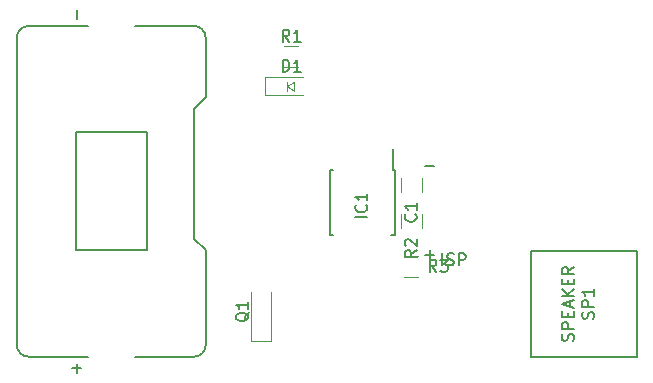
<source format=gto>
G04 #@! TF.FileFunction,Legend,Top*
%FSLAX46Y46*%
G04 Gerber Fmt 4.6, Leading zero omitted, Abs format (unit mm)*
G04 Created by KiCad (PCBNEW 4.0.6) date 03/27/19 07:52:48*
%MOMM*%
%LPD*%
G01*
G04 APERTURE LIST*
%ADD10C,0.100000*%
%ADD11C,0.120000*%
%ADD12C,0.200000*%
%ADD13C,0.150000*%
G04 APERTURE END LIST*
D10*
D11*
X170189000Y-78070000D02*
X170189000Y-76870000D01*
X171949000Y-76870000D02*
X171949000Y-78070000D01*
X170189000Y-81118000D02*
X170189000Y-79918000D01*
X171949000Y-79918000D02*
X171949000Y-81118000D01*
X171669000Y-85208000D02*
X170469000Y-85208000D01*
X170469000Y-83448000D02*
X171669000Y-83448000D01*
D12*
X148669000Y-73978000D02*
X148669000Y-72978000D01*
X148669000Y-72978000D02*
X142669000Y-72978000D01*
X142669000Y-72978000D02*
X142669000Y-73978000D01*
X142669000Y-77978000D02*
X142669000Y-82978000D01*
X142669000Y-82978000D02*
X148669000Y-82978000D01*
X148669000Y-82978000D02*
X148669000Y-73978000D01*
X142669000Y-73978000D02*
X142669000Y-77978000D01*
X153669000Y-82978000D02*
X153669000Y-90978000D01*
X153669000Y-69978000D02*
X153669000Y-64978000D01*
X153669000Y-82978000D02*
X152669000Y-81978000D01*
X152669000Y-81978000D02*
X152669000Y-70978000D01*
X152669000Y-70978000D02*
X153669000Y-69978000D01*
X147669000Y-91978000D02*
X152669000Y-91978000D01*
X147669000Y-63978000D02*
X152669000Y-63978000D01*
X137669000Y-90978000D02*
X137669000Y-64978000D01*
X143669000Y-91978000D02*
X138669000Y-91978000D01*
X138669000Y-63978000D02*
G75*
G03X137669000Y-64978000I0J-1000000D01*
G01*
X153669000Y-64978000D02*
G75*
G03X152669000Y-63978000I-1000000J0D01*
G01*
X152669000Y-91978000D02*
G75*
G03X153669000Y-90978000I0J1000000D01*
G01*
X137669000Y-90978000D02*
G75*
G03X138669000Y-91978000I1000000J0D01*
G01*
X143669000Y-63978000D02*
X138669000Y-63978000D01*
D10*
X160509000Y-68688000D02*
X160509000Y-69488000D01*
X160509000Y-69088000D02*
X161109000Y-68688000D01*
X161109000Y-69488000D02*
X160509000Y-69088000D01*
X161109000Y-68688000D02*
X161109000Y-69488000D01*
D11*
X161909000Y-69838000D02*
X158709000Y-69838000D01*
X158709000Y-68338000D02*
X161909000Y-68338000D01*
X158709000Y-68338000D02*
X158709000Y-69838000D01*
D13*
X169696500Y-76180500D02*
X169491500Y-76180500D01*
X169696500Y-81680500D02*
X169396500Y-81680500D01*
X164186500Y-81680500D02*
X164486500Y-81680500D01*
X164186500Y-76180500D02*
X164486500Y-76180500D01*
X169696500Y-76180500D02*
X169696500Y-81680500D01*
X164186500Y-76180500D02*
X164186500Y-81680500D01*
X169491500Y-76180500D02*
X169491500Y-74430500D01*
D11*
X161509000Y-67428000D02*
X160309000Y-67428000D01*
X160309000Y-65668000D02*
X161509000Y-65668000D01*
D13*
X190174000Y-83003000D02*
X181174000Y-83003000D01*
X181174000Y-83003000D02*
X181174000Y-92003000D01*
X181174000Y-92003000D02*
X190174000Y-92003000D01*
X190174000Y-92003000D02*
X190174000Y-83003000D01*
D11*
X157519000Y-90638000D02*
X159219000Y-90638000D01*
X159219000Y-90588000D02*
X159219000Y-86538000D01*
X157519000Y-90588000D02*
X157519000Y-86538000D01*
D13*
X173672810Y-84240381D02*
X173672810Y-83240381D01*
X174101381Y-84192762D02*
X174244238Y-84240381D01*
X174482334Y-84240381D01*
X174577572Y-84192762D01*
X174625191Y-84145143D01*
X174672810Y-84049905D01*
X174672810Y-83954667D01*
X174625191Y-83859429D01*
X174577572Y-83811810D01*
X174482334Y-83764190D01*
X174291857Y-83716571D01*
X174196619Y-83668952D01*
X174149000Y-83621333D01*
X174101381Y-83526095D01*
X174101381Y-83430857D01*
X174149000Y-83335619D01*
X174196619Y-83288000D01*
X174291857Y-83240381D01*
X174529953Y-83240381D01*
X174672810Y-83288000D01*
X175101381Y-84240381D02*
X175101381Y-83240381D01*
X175482334Y-83240381D01*
X175577572Y-83288000D01*
X175625191Y-83335619D01*
X175672810Y-83430857D01*
X175672810Y-83573714D01*
X175625191Y-83668952D01*
X175577572Y-83716571D01*
X175482334Y-83764190D01*
X175101381Y-83764190D01*
X172268048Y-75859429D02*
X173029953Y-75859429D01*
X172268048Y-83359429D02*
X173029953Y-83359429D01*
X172649001Y-83740381D02*
X172649001Y-82978476D01*
X171426143Y-79922666D02*
X171473762Y-79970285D01*
X171521381Y-80113142D01*
X171521381Y-80208380D01*
X171473762Y-80351238D01*
X171378524Y-80446476D01*
X171283286Y-80494095D01*
X171092810Y-80541714D01*
X170949952Y-80541714D01*
X170759476Y-80494095D01*
X170664238Y-80446476D01*
X170569000Y-80351238D01*
X170521381Y-80208380D01*
X170521381Y-80113142D01*
X170569000Y-79970285D01*
X170616619Y-79922666D01*
X171521381Y-78970285D02*
X171521381Y-79541714D01*
X171521381Y-79256000D02*
X170521381Y-79256000D01*
X170664238Y-79351238D01*
X170759476Y-79446476D01*
X170807095Y-79541714D01*
X171521381Y-82970666D02*
X171045190Y-83304000D01*
X171521381Y-83542095D02*
X170521381Y-83542095D01*
X170521381Y-83161142D01*
X170569000Y-83065904D01*
X170616619Y-83018285D01*
X170711857Y-82970666D01*
X170854714Y-82970666D01*
X170949952Y-83018285D01*
X170997571Y-83065904D01*
X171045190Y-83161142D01*
X171045190Y-83542095D01*
X170616619Y-82589714D02*
X170569000Y-82542095D01*
X170521381Y-82446857D01*
X170521381Y-82208761D01*
X170569000Y-82113523D01*
X170616619Y-82065904D01*
X170711857Y-82018285D01*
X170807095Y-82018285D01*
X170949952Y-82065904D01*
X171521381Y-82637333D01*
X171521381Y-82018285D01*
X173188334Y-84780381D02*
X172855000Y-84304190D01*
X172616905Y-84780381D02*
X172616905Y-83780381D01*
X172997858Y-83780381D01*
X173093096Y-83828000D01*
X173140715Y-83875619D01*
X173188334Y-83970857D01*
X173188334Y-84113714D01*
X173140715Y-84208952D01*
X173093096Y-84256571D01*
X172997858Y-84304190D01*
X172616905Y-84304190D01*
X173521667Y-83780381D02*
X174140715Y-83780381D01*
X173807381Y-84161333D01*
X173950239Y-84161333D01*
X174045477Y-84208952D01*
X174093096Y-84256571D01*
X174140715Y-84351810D01*
X174140715Y-84589905D01*
X174093096Y-84685143D01*
X174045477Y-84732762D01*
X173950239Y-84780381D01*
X173664524Y-84780381D01*
X173569286Y-84732762D01*
X173521667Y-84685143D01*
X142740429Y-63358952D02*
X142740429Y-62597047D01*
X142740429Y-93358952D02*
X142740429Y-92597047D01*
X143121381Y-92977999D02*
X142359476Y-92977999D01*
X160170905Y-67840381D02*
X160170905Y-66840381D01*
X160409000Y-66840381D01*
X160551858Y-66888000D01*
X160647096Y-66983238D01*
X160694715Y-67078476D01*
X160742334Y-67268952D01*
X160742334Y-67411810D01*
X160694715Y-67602286D01*
X160647096Y-67697524D01*
X160551858Y-67792762D01*
X160409000Y-67840381D01*
X160170905Y-67840381D01*
X161694715Y-67840381D02*
X161123286Y-67840381D01*
X161409000Y-67840381D02*
X161409000Y-66840381D01*
X161313762Y-66983238D01*
X161218524Y-67078476D01*
X161123286Y-67126095D01*
X167333881Y-80171690D02*
X166333881Y-80171690D01*
X167238643Y-79124071D02*
X167286262Y-79171690D01*
X167333881Y-79314547D01*
X167333881Y-79409785D01*
X167286262Y-79552643D01*
X167191024Y-79647881D01*
X167095786Y-79695500D01*
X166905310Y-79743119D01*
X166762452Y-79743119D01*
X166571976Y-79695500D01*
X166476738Y-79647881D01*
X166381500Y-79552643D01*
X166333881Y-79409785D01*
X166333881Y-79314547D01*
X166381500Y-79171690D01*
X166429119Y-79124071D01*
X167333881Y-78171690D02*
X167333881Y-78743119D01*
X167333881Y-78457405D02*
X166333881Y-78457405D01*
X166476738Y-78552643D01*
X166571976Y-78647881D01*
X166619595Y-78743119D01*
X160742334Y-65300381D02*
X160409000Y-64824190D01*
X160170905Y-65300381D02*
X160170905Y-64300381D01*
X160551858Y-64300381D01*
X160647096Y-64348000D01*
X160694715Y-64395619D01*
X160742334Y-64490857D01*
X160742334Y-64633714D01*
X160694715Y-64728952D01*
X160647096Y-64776571D01*
X160551858Y-64824190D01*
X160170905Y-64824190D01*
X161694715Y-65300381D02*
X161123286Y-65300381D01*
X161409000Y-65300381D02*
X161409000Y-64300381D01*
X161313762Y-64443238D01*
X161218524Y-64538476D01*
X161123286Y-64586095D01*
X186478762Y-88764905D02*
X186526381Y-88622048D01*
X186526381Y-88383952D01*
X186478762Y-88288714D01*
X186431143Y-88241095D01*
X186335905Y-88193476D01*
X186240667Y-88193476D01*
X186145429Y-88241095D01*
X186097810Y-88288714D01*
X186050190Y-88383952D01*
X186002571Y-88574429D01*
X185954952Y-88669667D01*
X185907333Y-88717286D01*
X185812095Y-88764905D01*
X185716857Y-88764905D01*
X185621619Y-88717286D01*
X185574000Y-88669667D01*
X185526381Y-88574429D01*
X185526381Y-88336333D01*
X185574000Y-88193476D01*
X186526381Y-87764905D02*
X185526381Y-87764905D01*
X185526381Y-87383952D01*
X185574000Y-87288714D01*
X185621619Y-87241095D01*
X185716857Y-87193476D01*
X185859714Y-87193476D01*
X185954952Y-87241095D01*
X186002571Y-87288714D01*
X186050190Y-87383952D01*
X186050190Y-87764905D01*
X186526381Y-86241095D02*
X186526381Y-86812524D01*
X186526381Y-86526810D02*
X185526381Y-86526810D01*
X185669238Y-86622048D01*
X185764476Y-86717286D01*
X185812095Y-86812524D01*
X184778762Y-90622048D02*
X184826381Y-90479191D01*
X184826381Y-90241095D01*
X184778762Y-90145857D01*
X184731143Y-90098238D01*
X184635905Y-90050619D01*
X184540667Y-90050619D01*
X184445429Y-90098238D01*
X184397810Y-90145857D01*
X184350190Y-90241095D01*
X184302571Y-90431572D01*
X184254952Y-90526810D01*
X184207333Y-90574429D01*
X184112095Y-90622048D01*
X184016857Y-90622048D01*
X183921619Y-90574429D01*
X183874000Y-90526810D01*
X183826381Y-90431572D01*
X183826381Y-90193476D01*
X183874000Y-90050619D01*
X184826381Y-89622048D02*
X183826381Y-89622048D01*
X183826381Y-89241095D01*
X183874000Y-89145857D01*
X183921619Y-89098238D01*
X184016857Y-89050619D01*
X184159714Y-89050619D01*
X184254952Y-89098238D01*
X184302571Y-89145857D01*
X184350190Y-89241095D01*
X184350190Y-89622048D01*
X184302571Y-88622048D02*
X184302571Y-88288714D01*
X184826381Y-88145857D02*
X184826381Y-88622048D01*
X183826381Y-88622048D01*
X183826381Y-88145857D01*
X184540667Y-87764905D02*
X184540667Y-87288714D01*
X184826381Y-87860143D02*
X183826381Y-87526810D01*
X184826381Y-87193476D01*
X184826381Y-86860143D02*
X183826381Y-86860143D01*
X184826381Y-86288714D02*
X184254952Y-86717286D01*
X183826381Y-86288714D02*
X184397810Y-86860143D01*
X184302571Y-85860143D02*
X184302571Y-85526809D01*
X184826381Y-85383952D02*
X184826381Y-85860143D01*
X183826381Y-85860143D01*
X183826381Y-85383952D01*
X184826381Y-84383952D02*
X184350190Y-84717286D01*
X184826381Y-84955381D02*
X183826381Y-84955381D01*
X183826381Y-84574428D01*
X183874000Y-84479190D01*
X183921619Y-84431571D01*
X184016857Y-84383952D01*
X184159714Y-84383952D01*
X184254952Y-84431571D01*
X184302571Y-84479190D01*
X184350190Y-84574428D01*
X184350190Y-84955381D01*
X157316619Y-88233238D02*
X157269000Y-88328476D01*
X157173762Y-88423714D01*
X157030905Y-88566571D01*
X156983286Y-88661810D01*
X156983286Y-88757048D01*
X157221381Y-88709429D02*
X157173762Y-88804667D01*
X157078524Y-88899905D01*
X156888048Y-88947524D01*
X156554714Y-88947524D01*
X156364238Y-88899905D01*
X156269000Y-88804667D01*
X156221381Y-88709429D01*
X156221381Y-88518952D01*
X156269000Y-88423714D01*
X156364238Y-88328476D01*
X156554714Y-88280857D01*
X156888048Y-88280857D01*
X157078524Y-88328476D01*
X157173762Y-88423714D01*
X157221381Y-88518952D01*
X157221381Y-88709429D01*
X157221381Y-87328476D02*
X157221381Y-87899905D01*
X157221381Y-87614191D02*
X156221381Y-87614191D01*
X156364238Y-87709429D01*
X156459476Y-87804667D01*
X156507095Y-87899905D01*
M02*

</source>
